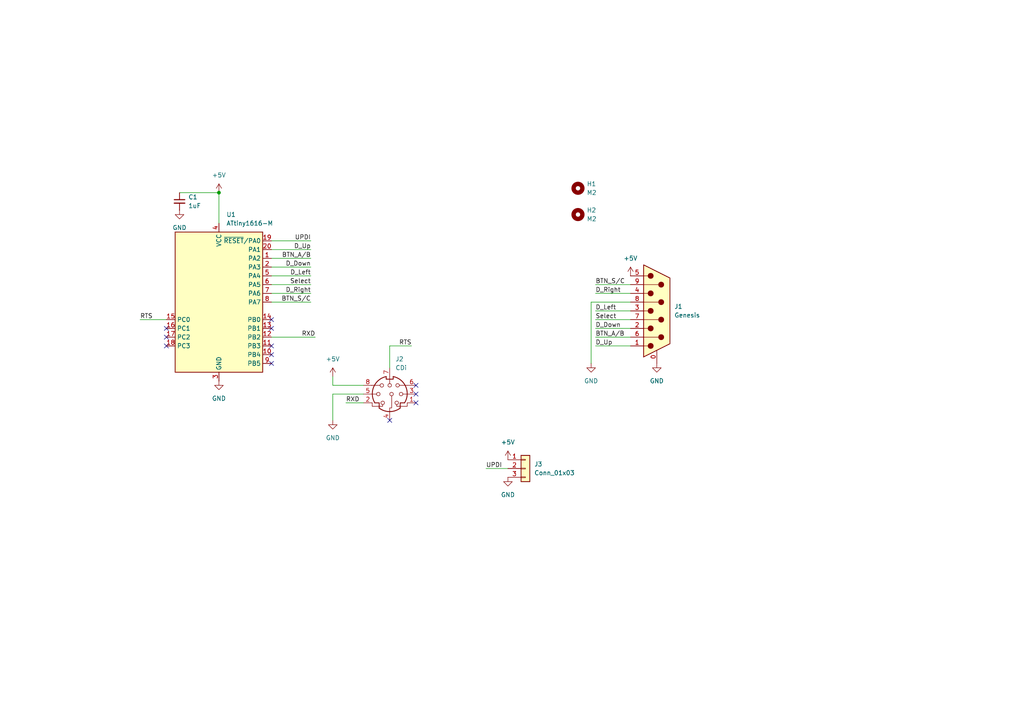
<source format=kicad_sch>
(kicad_sch (version 20250114) (generator "eeschema") (generator_version "9.0")
  (paper "A4")
  (lib_symbols
    (symbol "Connector:DE9_Pins_MountingHoles" (pin_names (offset 1.016) (hide yes))
      (property "Reference" "J" (at 0 16.51 0))
      (property "Value" "DE9_Pins_MountingHoles" (at 0 14.605 0))
      (symbol "DE9_Pins_MountingHoles_0_1"
        (polyline (pts (xy -3.81 10.16) (xy -2.54 10.16)))
        (polyline (pts (xy -3.81 7.62) (xy 0.508 7.62)))
        (polyline (pts (xy -3.81 5.08) (xy -2.54 5.08)))
        (polyline (pts (xy -3.81 2.54) (xy 0.508 2.54)))
        (polyline (pts (xy -3.81 0) (xy -2.54 0)))
        (polyline (pts (xy -3.81 -2.54) (xy 0.508 -2.54)))
        (polyline (pts (xy -3.81 -5.08) (xy -2.54 -5.08)))
        (polyline (pts (xy -3.81 -7.62) (xy 0.508 -7.62)))
        (polyline (pts (xy -3.81 -10.16) (xy -2.54 -10.16)))
        (polyline (pts (xy -3.81 -13.335) (xy -3.81 13.335) (xy 3.81 9.525) (xy 3.81 -9.525) (xy -3.81 -13.335)) (stroke (width 0.254)) (fill (type background)))
        (circle (center -1.778 10.16) (radius 0.762) (fill (type outline)))
        (circle (center -1.778 5.08) (radius 0.762) (fill (type outline)))
        (circle (center -1.778 0) (radius 0.762) (fill (type outline)))
        (circle (center -1.778 -5.08) (radius 0.762) (fill (type outline)))
        (circle (center -1.778 -10.16) (radius 0.762) (fill (type outline)))
        (circle (center 1.27 7.62) (radius 0.762) (fill (type outline)))
        (circle (center 1.27 2.54) (radius 0.762) (fill (type outline)))
        (circle (center 1.27 -2.54) (radius 0.762) (fill (type outline)))
        (circle (center 1.27 -7.62) (radius 0.762) (fill (type outline)))
      )
      (symbol "DE9_Pins_MountingHoles_1_1"
        (pin passive line (at -7.62 10.16 0) (length 3.81) (name "5") (number "5"))
        (pin passive line (at -7.62 7.62 0) (length 3.81) (name "9") (number "9"))
        (pin passive line (at -7.62 5.08 0) (length 3.81) (name "4") (number "4"))
        (pin passive line (at -7.62 2.54 0) (length 3.81) (name "8") (number "8"))
        (pin passive line (at -7.62 0 0) (length 3.81) (name "3") (number "3"))
        (pin passive line (at -7.62 -2.54 0) (length 3.81) (name "7") (number "7"))
        (pin passive line (at -7.62 -5.08 0) (length 3.81) (name "2") (number "2"))
        (pin passive line (at -7.62 -7.62 0) (length 3.81) (name "6") (number "6"))
        (pin passive line (at -7.62 -10.16 0) (length 3.81) (name "1") (number "1"))
        (pin passive line (at 0 -15.24 90) (length 3.81) (name "PAD") (number "0"))
      )
    )
    (symbol "Connector:Mini-DIN-8" (pin_names (offset 1.016))
      (property "Reference" "J2" (at 1.6511 10.16 0))
      (property "Value" "CDi" (at 1.6511 7.62 0))
      (symbol "Mini-DIN-8_0_1"
        (polyline (pts (xy -4.318 -2.54) (xy -3.048 -2.54) (xy -3.048 -4.064)) (stroke (width 0.254)))
        (polyline (pts (xy -3.81 0) (xy -5.08 0)))
        (circle (center -3.302 0) (radius 0.508))
        (polyline (pts (xy -2.794 2.54) (xy -5.334 2.54)))
        (circle (center -2.286 2.5146) (radius 0.508))
        (circle (center -2.032 -2.54) (radius 0.508))
        (polyline (pts (xy -2.032 -3.048) (xy -2.032 -3.556) (xy -5.08 -3.556) (xy -5.08 -2.54)))
        (polyline (pts (xy -1.016 5.08) (xy -1.016 4.318) (xy 1.016 4.318) (xy 1.016 5.08)) (stroke (width 0.254)))
        (polyline (pts (xy 0 5.1054) (xy 0 3.048)))
        (circle (center 0 2.54) (radius 0.508))
        (arc (start 3.048 -4.064) (mid 0 -5.08) (end -3.048 -4.064) (stroke (width 0.254)))
        (arc (start 1.016 5.08) (mid 4.6646 2.1356) (end 4.318 -2.54) (stroke (width 0.254)))
        (arc (start -4.318 -2.54) (mid -4.6241 2.1181) (end -1.016 5.08) (stroke (width 0.254)))
        (polyline (pts (xy 0.5842 -0.508) (xy 0.5842 -4.0132) (xy 0 -4.0132) (xy 0 -5.1816)))
        (circle (center 2.032 -2.54) (radius 0.508))
        (polyline (pts (xy 2.032 -3.048) (xy 2.032 -3.556) (xy 5.08 -3.556) (xy 5.08 -2.54)))
        (circle (center 2.286 2.54) (radius 0.508))
        (polyline (pts (xy 2.794 2.54) (xy 5.08 2.54)))
        (circle (center 3.302 0) (radius 0.508))
        (polyline (pts (xy 4.318 -2.54) (xy 3.048 -2.54) (xy 3.048 -4.064)) (stroke (width 0.254)))
        (polyline (pts (xy 5.08 0) (xy 3.81 0)))
      )
      (symbol "Mini-DIN-8_1_1"
        (circle (center 0.5334 0) (radius 0.508))
        (pin passive line (at -7.62 2.54 0) (length 2.54) (name "~") (number "8"))
        (pin passive line (at -7.62 0 0) (length 2.54) (name "~") (number "5"))
        (pin passive line (at -7.62 0 0) (length 2.54) (hide yes) (name "~") (number "MP"))
        (pin passive line (at -7.62 -2.54 0) (length 2.54) (name "~") (number "2"))
        (pin passive line (at 0 7.62 270) (length 2.54) (name "~") (number "7"))
        (pin passive line (at 0 -7.62 90) (length 2.54) (name "~") (number "4"))
        (pin passive line (at 7.62 2.54 180) (length 2.54) (name "~") (number "6"))
        (pin passive line (at 7.62 0 180) (length 2.54) (name "~") (number "3"))
        (pin passive line (at 7.62 -2.54 180) (length 2.54) (name "~") (number "1"))
      )
    )
    (symbol "Connector_Generic:Conn_01x03" (pin_names (offset 1.016) (hide yes))
      (property "Reference" "J" (at 0 5.08 0))
      (property "Value" "Conn_01x03" (at 0 -5.08 0))
      (symbol "Conn_01x03_1_1"
        (rectangle (start -1.27 3.81) (end 1.27 -3.81) (stroke (width 0.254)) (fill (type background)))
        (rectangle (start -1.27 2.667) (end 0 2.413) (stroke (width 0.1524)))
        (rectangle (start -1.27 0.127) (end 0 -0.127) (stroke (width 0.1524)))
        (rectangle (start -1.27 -2.413) (end 0 -2.667) (stroke (width 0.1524)))
        (pin passive line (at -5.08 2.54 0) (length 3.81) (name "Pin_1") (number "1"))
        (pin passive line (at -5.08 0 0) (length 3.81) (name "Pin_2") (number "2"))
        (pin passive line (at -5.08 -2.54 0) (length 3.81) (name "Pin_3") (number "3"))
      )
    )
    (symbol "Device:C_Small" (pin_numbers (hide yes)) (pin_names (offset 0.254) (hide yes))
      (property "Reference" "C" (at 0.254 1.778 0))
      (property "Value" "C_Small" (at 0.254 -2.032 0))
      (symbol "C_Small_0_1"
        (polyline (pts (xy -1.524 0.508) (xy 1.524 0.508)) (stroke (width 0.3048)))
        (polyline (pts (xy -1.524 -0.508) (xy 1.524 -0.508)) (stroke (width 0.3302)))
      )
      (symbol "C_Small_1_1"
        (pin passive line (at 0 2.54 270) (length 2.032) (name "~") (number "1"))
        (pin passive line (at 0 -2.54 90) (length 2.032) (name "~") (number "2"))
      )
    )
    (symbol "MCU_Microchip_ATtiny:ATtiny1616-M"
      (property "Reference" "U" (at -12.7 21.59 0))
      (property "Value" "ATtiny1616-M" (at 2.54 -21.59 0))
      (symbol "ATtiny1616-M_0_1"
        (rectangle (start -12.7 -20.32) (end 12.7 20.32) (stroke (width 0.254)) (fill (type background)))
      )
      (symbol "ATtiny1616-M_1_1"
        (pin bidirectional line (at -15.24 -5.08 0) (length 2.54) (name "PC0") (number "15"))
        (pin bidirectional line (at -15.24 -7.62 0) (length 2.54) (name "PC1") (number "16"))
        (pin bidirectional line (at -15.24 -10.16 0) (length 2.54) (name "PC2") (number "17"))
        (pin bidirectional line (at -15.24 -12.7 0) (length 2.54) (name "PC3") (number "18"))
        (pin power_in line (at 0 22.86 270) (length 2.54) (name "VCC") (number "4"))
        (pin passive line (at 0 -22.86 90) (length 2.54) (hide yes) (name "GND") (number "21"))
        (pin power_in line (at 0 -22.86 90) (length 2.54) (name "GND") (number "3"))
        (pin bidirectional line (at 15.24 17.78 180) (length 2.54) (name "~{RESET}/PA0") (number "19"))
        (pin bidirectional line (at 15.24 15.24 180) (length 2.54) (name "PA1") (number "20"))
        (pin bidirectional line (at 15.24 12.7 180) (length 2.54) (name "PA2") (number "1"))
        (pin bidirectional line (at 15.24 10.16 180) (length 2.54) (name "PA3") (number "2"))
        (pin bidirectional line (at 15.24 7.62 180) (length 2.54) (name "PA4") (number "5"))
        (pin bidirectional line (at 15.24 5.08 180) (length 2.54) (name "PA5") (number "6"))
        (pin bidirectional line (at 15.24 2.54 180) (length 2.54) (name "PA6") (number "7"))
        (pin bidirectional line (at 15.24 0 180) (length 2.54) (name "PA7") (number "8"))
        (pin bidirectional line (at 15.24 -5.08 180) (length 2.54) (name "PB0") (number "14"))
        (pin bidirectional line (at 15.24 -7.62 180) (length 2.54) (name "PB1") (number "13"))
        (pin bidirectional line (at 15.24 -10.16 180) (length 2.54) (name "PB2") (number "12"))
        (pin bidirectional line (at 15.24 -12.7 180) (length 2.54) (name "PB3") (number "11"))
        (pin bidirectional line (at 15.24 -15.24 180) (length 2.54) (name "PB4") (number "10"))
        (pin bidirectional line (at 15.24 -17.78 180) (length 2.54) (name "PB5") (number "9"))
      )
    )
    (symbol "Mechanical:MountingHole" (pin_names (offset 1.016)) (in_bom no)
      (property "Reference" "H" (at 0 5.08 0))
      (property "Value" "MountingHole" (at 0 3.175 0))
      (symbol "MountingHole_0_1"
        (circle (center 0 0) (radius 1.27) (stroke (width 1.27)))
      )
    )
    (symbol "power:+5V" (power) (pin_numbers (hide yes)) (pin_names (offset 0) (hide yes))
      (property "Value" "+5V" (at 0 3.556 0))
      (symbol "+5V_0_1"
        (polyline (pts (xy -0.762 1.27) (xy 0 2.54)))
        (polyline (pts (xy 0 2.54) (xy 0.762 1.27)))
        (polyline (pts (xy 0 0) (xy 0 2.54)))
      )
      (symbol "+5V_1_1"
        (pin power_in line (at 0 0 90) (length 0) (name "~") (number "1"))
      )
    )
    (symbol "power:GND" (power) (pin_numbers (hide yes)) (pin_names (offset 0) (hide yes))
      (property "Value" "GND" (at 0 -3.81 0))
      (symbol "GND_0_1"
        (polyline (pts (xy 0 0) (xy 0 -1.27) (xy 1.27 -1.27) (xy 0 -2.54) (xy -1.27 -1.27) (xy 0 -1.27)))
      )
      (symbol "GND_1_1"
        (pin power_in line (at 0 0 270) (length 0) (name "~") (number "1"))
      )
    )
  )
  (junction (at 63.5 55.88))
  (no_connect (at 113.03 121.92))
  (no_connect (at 120.65 114.3))
  (no_connect (at 48.26 100.33))
  (no_connect (at 78.74 100.33))
  (no_connect (at 78.74 105.41))
  (no_connect (at 48.26 95.25))
  (no_connect (at 120.65 111.76))
  (no_connect (at 78.74 102.87))
  (no_connect (at 78.74 95.25))
  (no_connect (at 48.26 97.79))
  (no_connect (at 120.65 116.84))
  (no_connect (at 78.74 92.71))
  (wire (pts (xy 172.72 92.71) (xy 182.88 92.71)))
  (wire (pts (xy 100.33 116.84) (xy 105.41 116.84)))
  (wire (pts (xy 113.03 100.33) (xy 119.38 100.33)))
  (wire (pts (xy 78.74 82.55) (xy 90.17 82.55)))
  (wire (pts (xy 171.45 87.63) (xy 171.45 105.41)))
  (wire (pts (xy 78.74 80.01) (xy 90.17 80.01)))
  (wire (pts (xy 78.74 87.63) (xy 90.17 87.63)))
  (wire (pts (xy 78.74 72.39) (xy 90.17 72.39)))
  (wire (pts (xy 172.72 95.25) (xy 182.88 95.25)))
  (wire (pts (xy 78.74 97.79) (xy 91.44 97.79)))
  (wire (pts (xy 172.72 97.79) (xy 182.88 97.79)))
  (wire (pts (xy 48.26 92.71) (xy 40.64 92.71)))
  (wire (pts (xy 172.72 100.33) (xy 182.88 100.33)))
  (wire (pts (xy 78.74 77.47) (xy 90.17 77.47)))
  (wire (pts (xy 172.72 85.09) (xy 182.88 85.09)))
  (wire (pts (xy 105.41 114.3) (xy 96.52 114.3)))
  (wire (pts (xy 172.72 82.55) (xy 182.88 82.55)))
  (wire (pts (xy 78.74 69.85) (xy 90.17 69.85)))
  (wire (pts (xy 52.07 55.88) (xy 63.5 55.88)))
  (wire (pts (xy 78.74 74.93) (xy 90.17 74.93)))
  (wire (pts (xy 96.52 114.3) (xy 96.52 121.92)))
  (wire (pts (xy 140.97 135.89) (xy 147.32 135.89)))
  (wire (pts (xy 105.41 111.76) (xy 96.52 111.76)))
  (wire (pts (xy 172.72 90.17) (xy 182.88 90.17)))
  (wire (pts (xy 78.74 85.09) (xy 90.17 85.09)))
  (wire (pts (xy 96.52 109.22) (xy 96.52 111.76)))
  (wire (pts (xy 113.03 106.68) (xy 113.03 100.33)))
  (wire (pts (xy 63.5 55.88) (xy 63.5 64.77)))
  (wire (pts (xy 171.45 87.63) (xy 182.88 87.63)))
  (label "BTN_A{slash}B" (at 90.17 74.93 180))
  (label "D_Down" (at 90.17 77.47 180))
  (label "BTN_A{slash}B" (at 172.72 97.79 0))
  (label "D_Down" (at 172.72 95.25 0))
  (label "RXD" (at 100.33 116.84 0))
  (label "Select" (at 90.17 82.55 180))
  (label "RTS" (at 40.64 92.71 0))
  (label "Select" (at 172.72 92.71 0))
  (label "BTN_S{slash}C" (at 172.72 82.55 0))
  (label "RTS" (at 119.38 100.33 180))
  (label "UPDI" (at 90.17 69.85 180))
  (label "D_Left" (at 172.72 90.17 0))
  (label "D_Right" (at 90.17 85.09 180))
  (label "D_Left" (at 90.17 80.01 180))
  (label "D_Up" (at 172.72 100.33 0))
  (label "D_Up" (at 90.17 72.39 180))
  (label "BTN_S{slash}C" (at 90.17 87.63 180))
  (label "UPDI" (at 140.97 135.89 0))
  (label "RXD" (at 91.44 97.79 180))
  (label "D_Right" (at 172.72 85.09 0))
  (symbol (lib_id "Device:C_Small") (at 52.07 58.42 0) (unit 1)
    (property "Reference" "C1" (at 54.61 57.1562 0) (effects (justify left)))
    (property "Value" "1uF" (at 54.61 59.6962 0) (effects (justify left)))
    (property "Footprint" "Capacitor_SMD:C_0805_2012Metric" (effects (hide yes)))
    (property "Description" "Unpolarized capacitor, small symbol" (effects (hide yes)))
  )
  (symbol (lib_id "Connector:DE9_Pins_MountingHoles") (at 190.5 90.17 0) (unit 1)
    (property "Reference" "J1" (at 195.58 88.8999 0) (effects (justify left)))
    (property "Value" "Genesis" (at 195.58 91.4399 0) (effects (justify left)))
    (property "Footprint" "Connector_Dsub:DSUB-9_Pins_Horizontal_P2.77x2.84mm_EdgePinOffset4.94mm_Housed_MountingHolesOffset4.94mm" (effects (hide yes)))
    (property "Description" "9-pin D-SUB connector, pins (male), Mounting Hole" (effects (hide yes)))
  )
  (symbol (lib_id "power:GND") (at 190.5 105.41 0) (unit 1)
    (property "Reference" "#PWR01" (effects (hide yes)))
    (property "Value" "GND" (at 190.5 110.49 0))
    (property "Description" "Power symbol creates a global label with name \"GND\" , ground" (effects (hide yes)))
  )
  (symbol (lib_id "power:+5V") (at 147.32 133.35 0) (unit 1)
    (property "Reference" "#PWR09" (effects (hide yes)))
    (property "Value" "+5V" (at 147.32 128.27 0))
    (property "Description" "Power symbol creates a global label with name \"+5V\"" (effects (hide yes)))
  )
  (symbol (lib_id "Connector_Generic:Conn_01x03") (at 152.4 135.89 0) (unit 1)
    (property "Reference" "J3" (at 154.94 134.6199 0) (effects (justify left)))
    (property "Value" "Conn_01x03" (at 154.94 137.1599 0) (effects (justify left)))
    (property "Footprint" "UPDI:UPDI Pads" (effects (hide yes)))
    (property "Description" "Generic connector, single row, 01x03, script generated (kicad-library-utils/schlib/autogen/connector/)" (effects (hide yes)))
  )
  (symbol (lib_id "power:+5V") (at 63.5 55.88 0) (unit 1)
    (property "Reference" "#PWR03" (effects (hide yes)))
    (property "Value" "+5V" (at 63.5 50.8 0))
    (property "Description" "Power symbol creates a global label with name \"+5V\"" (effects (hide yes)))
  )
  (symbol (lib_id "power:GND") (at 63.5 110.49 0) (unit 1)
    (property "Reference" "#PWR02" (effects (hide yes)))
    (property "Value" "GND" (at 63.5 115.57 0))
    (property "Description" "Power symbol creates a global label with name \"GND\" , ground" (effects (hide yes)))
  )
  (symbol (lib_id "Connector:Mini-DIN-8") (at 113.03 114.3 0) (unit 1)
    (property "Reference" "J2" (at 114.6811 104.14 0) (effects (justify left)))
    (property "Value" "CDi" (at 114.6811 106.68 0) (effects (justify left)))
    (property "Footprint" "miniDIN:KMDGX8SN" (effects (hide yes)))
    (property "Datasheet" "http://service.powerdynamics.com/ec/Catalog17/Section%2011.pdf" (effects (hide yes)))
    (property "Description" "8-pin Mini-DIN connector" (effects (hide yes)))
  )
  (symbol (lib_id "power:GND") (at 147.32 138.43 0) (unit 1)
    (property "Reference" "#PWR010" (effects (hide yes)))
    (property "Value" "GND" (at 147.32 143.51 0))
    (property "Description" "Power symbol creates a global label with name \"GND\" , ground" (effects (hide yes)))
  )
  (symbol (lib_id "Mechanical:MountingHole") (at 167.64 62.23 0) (unit 1) (in_bom no)
    (property "Reference" "H2" (at 170.18 60.9599 0) (effects (justify left)))
    (property "Value" "M2" (at 170.18 63.4999 0) (effects (justify left)))
    (property "Footprint" "MountingHole:MountingHole_2.2mm_M2" (effects (hide yes)))
    (property "Description" "Mounting Hole without connection" (effects (hide yes)))
  )
  (symbol (lib_id "power:+5V") (at 96.52 109.22 0) (unit 1)
    (property "Reference" "#PWR08" (effects (hide yes)))
    (property "Value" "+5V" (at 96.52 104.14 0))
    (property "Description" "Power symbol creates a global label with name \"+5V\"" (effects (hide yes)))
  )
  (symbol (lib_id "power:GND") (at 52.07 60.96 0) (unit 1)
    (property "Reference" "#PWR04" (effects (hide yes)))
    (property "Value" "GND" (at 52.07 66.04 0))
    (property "Description" "Power symbol creates a global label with name \"GND\" , ground" (effects (hide yes)))
  )
  (symbol (lib_id "MCU_Microchip_ATtiny:ATtiny1616-M") (at 63.5 87.63 0) (unit 1)
    (property "Reference" "U1" (at 65.6433 62.23 0) (effects (justify left)))
    (property "Value" "ATtiny1616-M" (at 65.6433 64.77 0) (effects (justify left)))
    (property "Footprint" "Package_DFN_QFN:VQFN-20-1EP_3x3mm_P0.4mm_EP1.7x1.7mm" (effects (hide yes)))
    (property "Datasheet" "http://ww1.microchip.com/downloads/en/DeviceDoc/ATtiny3216_ATtiny1616-data-sheet-40001997B.pdf" (effects (hide yes)))
    (property "Description" "20MHz, 16kB Flash, 2kB SRAM, 256B EEPROM, VQFN-20" (effects (hide yes)))
  )
  (symbol (lib_id "power:GND") (at 96.52 121.92 0) (unit 1)
    (property "Reference" "#PWR07" (effects (hide yes)))
    (property "Value" "GND" (at 96.52 127 0))
    (property "Description" "Power symbol creates a global label with name \"GND\" , ground" (effects (hide yes)))
  )
  (symbol (lib_id "Mechanical:MountingHole") (at 167.64 54.61 0) (unit 1) (in_bom no)
    (property "Reference" "H1" (at 170.18 53.3399 0) (effects (justify left)))
    (property "Value" "M2" (at 170.18 55.8799 0) (effects (justify left)))
    (property "Footprint" "MountingHole:MountingHole_2.2mm_M2" (effects (hide yes)))
    (property "Description" "Mounting Hole without connection" (effects (hide yes)))
  )
  (symbol (lib_id "power:GND") (at 171.45 105.41 0) (unit 1)
    (property "Reference" "#PWR06" (effects (hide yes)))
    (property "Value" "GND" (at 171.45 110.49 0))
    (property "Description" "Power symbol creates a global label with name \"GND\" , ground" (effects (hide yes)))
  )
  (symbol (lib_id "power:+5V") (at 182.88 80.01 0) (unit 1)
    (property "Reference" "#PWR05" (effects (hide yes)))
    (property "Value" "+5V" (at 182.88 74.93 0))
    (property "Description" "Power symbol creates a global label with name \"+5V\"" (effects (hide yes)))
  )
)
</source>
